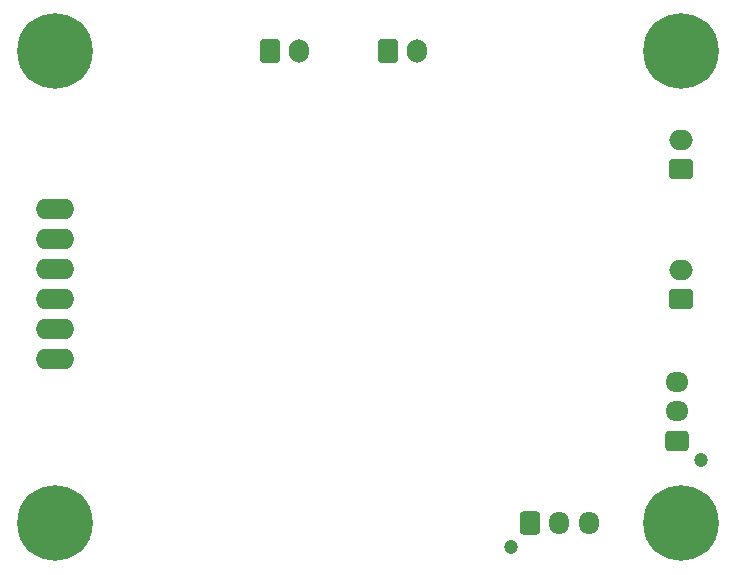
<source format=gbr>
%TF.GenerationSoftware,KiCad,Pcbnew,(6.0.7)*%
%TF.CreationDate,2023-02-14T14:27:57+01:00*%
%TF.ProjectId,WAFFLE,57414646-4c45-42e6-9b69-6361645f7063,rev?*%
%TF.SameCoordinates,Original*%
%TF.FileFunction,Soldermask,Bot*%
%TF.FilePolarity,Negative*%
%FSLAX46Y46*%
G04 Gerber Fmt 4.6, Leading zero omitted, Abs format (unit mm)*
G04 Created by KiCad (PCBNEW (6.0.7)) date 2023-02-14 14:27:57*
%MOMM*%
%LPD*%
G01*
G04 APERTURE LIST*
G04 Aperture macros list*
%AMRoundRect*
0 Rectangle with rounded corners*
0 $1 Rounding radius*
0 $2 $3 $4 $5 $6 $7 $8 $9 X,Y pos of 4 corners*
0 Add a 4 corners polygon primitive as box body*
4,1,4,$2,$3,$4,$5,$6,$7,$8,$9,$2,$3,0*
0 Add four circle primitives for the rounded corners*
1,1,$1+$1,$2,$3*
1,1,$1+$1,$4,$5*
1,1,$1+$1,$6,$7*
1,1,$1+$1,$8,$9*
0 Add four rect primitives between the rounded corners*
20,1,$1+$1,$2,$3,$4,$5,0*
20,1,$1+$1,$4,$5,$6,$7,0*
20,1,$1+$1,$6,$7,$8,$9,0*
20,1,$1+$1,$8,$9,$2,$3,0*%
G04 Aperture macros list end*
%ADD10C,1.200000*%
%ADD11RoundRect,0.250000X-0.600000X-0.725000X0.600000X-0.725000X0.600000X0.725000X-0.600000X0.725000X0*%
%ADD12O,1.700000X1.950000*%
%ADD13C,6.400000*%
%ADD14C,0.800000*%
%ADD15O,3.251200X1.727200*%
%ADD16RoundRect,0.250000X0.750000X-0.600000X0.750000X0.600000X-0.750000X0.600000X-0.750000X-0.600000X0*%
%ADD17O,2.000000X1.700000*%
%ADD18RoundRect,0.250000X0.725000X-0.600000X0.725000X0.600000X-0.725000X0.600000X-0.725000X-0.600000X0*%
%ADD19O,1.950000X1.700000*%
%ADD20RoundRect,0.250000X-0.600000X-0.750000X0.600000X-0.750000X0.600000X0.750000X-0.600000X0.750000X0*%
%ADD21O,1.700000X2.000000*%
G04 APERTURE END LIST*
D10*
%TO.C,J7*%
X184400000Y-116000000D03*
D11*
X186000000Y-114000000D03*
D12*
X188500000Y-114000000D03*
X191000000Y-114000000D03*
%TD*%
D13*
%TO.C,H2*%
X198850000Y-114000000D03*
D14*
X196450000Y-114000000D03*
X197152944Y-115697056D03*
X200547056Y-112302944D03*
X198850000Y-116400000D03*
X200547056Y-115697056D03*
X197152944Y-112302944D03*
X201250000Y-114000000D03*
X198850000Y-111600000D03*
%TD*%
%TO.C,H4*%
X143450000Y-114000000D03*
X147547056Y-112302944D03*
X144152944Y-112302944D03*
X145850000Y-116400000D03*
X147547056Y-115697056D03*
X144152944Y-115697056D03*
D13*
X145850000Y-114000000D03*
D14*
X145850000Y-111600000D03*
X148250000Y-114000000D03*
%TD*%
D15*
%TO.C,LEDS1*%
X145850000Y-87380000D03*
X145850000Y-89920000D03*
X145850000Y-92460000D03*
X145850000Y-95000000D03*
X145850000Y-97540000D03*
X145850000Y-100080000D03*
%TD*%
D16*
%TO.C,ALIM1*%
X198850000Y-95000000D03*
D17*
X198850000Y-92500000D03*
%TD*%
D10*
%TO.C,CONN_DMX1*%
X200475000Y-108600000D03*
D18*
X198475000Y-107000000D03*
D19*
X198475000Y-104500000D03*
X198475000Y-102000000D03*
%TD*%
D20*
%TO.C,TEMP1*%
X164000000Y-74000000D03*
D21*
X166500000Y-74000000D03*
%TD*%
D14*
%TO.C,H1*%
X197152944Y-72302944D03*
X198850000Y-71600000D03*
X198850000Y-76400000D03*
D13*
X198850000Y-74000000D03*
D14*
X200547056Y-75697056D03*
X196450000Y-74000000D03*
X200547056Y-72302944D03*
X197152944Y-75697056D03*
X201250000Y-74000000D03*
%TD*%
D20*
%TO.C,DRIVER_Moteur1*%
X174000000Y-74000000D03*
D21*
X176500000Y-74000000D03*
%TD*%
D16*
%TO.C,VENTILO1*%
X198850000Y-84000000D03*
D17*
X198850000Y-81500000D03*
%TD*%
D14*
%TO.C,H3*%
X144152944Y-75697056D03*
X144152944Y-72302944D03*
X147547056Y-72302944D03*
X148250000Y-74000000D03*
X147547056Y-75697056D03*
D13*
X145850000Y-74000000D03*
D14*
X145850000Y-71600000D03*
X145850000Y-76400000D03*
X143450000Y-74000000D03*
%TD*%
M02*

</source>
